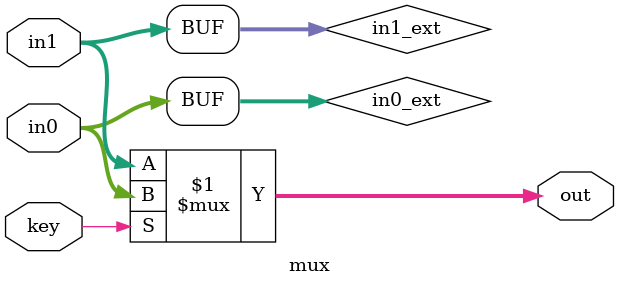
<source format=v>
`timescale 1ns / 1ps


module mux #(
    parameter BW_INPUT0 = 32,
    parameter BW_INPUT1 = 32,
    parameter SIGNED0 = 0,
    parameter SIGNED1 = 0,
    parameter BW_OUT = 32,
    parameter SHIFT1 = 0
) (
    input key,
    input [BW_INPUT0-1:0] in0,
    input [BW_INPUT1-1:0] in1,
    output [BW_OUT-1:0] out
);

  localparam IN0_NEED_BITS = (SHIFT1 < 0) ? BW_INPUT0 - SHIFT1 : BW_INPUT0;
  localparam IN1_NEED_BITS = (SHIFT1 > 0) ? BW_INPUT1 + SHIFT1 : BW_INPUT1;
  localparam EXTRA_PAD = (SIGNED0 != SIGNED1) ? 1 : 0;
  localparam BW_BUF = (IN0_NEED_BITS > IN1_NEED_BITS) ? IN0_NEED_BITS + EXTRA_PAD : IN1_NEED_BITS + EXTRA_PAD;
  localparam IN0_PAD_LEFT = (SHIFT1 < 0) ? BW_BUF - BW_INPUT0 + SHIFT1 : BW_BUF - BW_INPUT0;
  localparam IN0_PAD_RIGHT = (SHIFT1 < 0) ? -SHIFT1 : 0;
  localparam IN1_PAD_LEFT = (SHIFT1 > 0) ? BW_BUF - BW_INPUT1 - SHIFT1 : BW_BUF - BW_INPUT1;
  localparam IN1_PAD_RIGHT = (SHIFT1 > 0) ? SHIFT1 : 0;


  // verilator lint_off UNUSEDSIGNAL
  wire [BW_BUF-1:0] in0_ext;
  wire [BW_BUF-1:0] in1_ext;
  // verilator lint_on UNUSEDSIGNAL

  generate
    if (SIGNED0 == 1) begin : in0_is_signed
      assign in0_ext = {{IN0_PAD_LEFT{in0[BW_INPUT0-1]}}, in0, {IN0_PAD_RIGHT{1'b0}}};
    end else begin : in0_is_unsigned
      assign in0_ext = {{IN0_PAD_LEFT{1'b0}}, in0, {IN0_PAD_RIGHT{1'b0}}};
    end
  endgenerate

  generate
    if (SIGNED1 == 1) begin : in1_is_signed
      assign in1_ext = {{IN1_PAD_LEFT{in1[BW_INPUT1-1]}}, in1, {IN1_PAD_RIGHT{1'b0}}};
    end else begin : in1_is_unsigned
      assign in1_ext = {{IN1_PAD_LEFT{1'b0}}, in1, {IN1_PAD_RIGHT{1'b0}}};
    end
  endgenerate

  assign out = (key) ? in0_ext[BW_OUT-1:0] : in1_ext[BW_OUT-1:0];

endmodule

</source>
